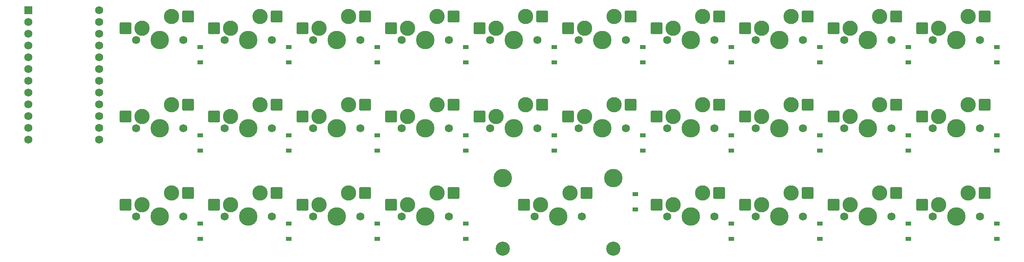
<source format=gbr>
%TF.GenerationSoftware,KiCad,Pcbnew,(6.0.6)*%
%TF.CreationDate,2022-07-16T11:18:18+07:00*%
%TF.ProjectId,pocket,706f636b-6574-42e6-9b69-6361645f7063,rev?*%
%TF.SameCoordinates,Original*%
%TF.FileFunction,Soldermask,Bot*%
%TF.FilePolarity,Negative*%
%FSLAX46Y46*%
G04 Gerber Fmt 4.6, Leading zero omitted, Abs format (unit mm)*
G04 Created by KiCad (PCBNEW (6.0.6)) date 2022-07-16 11:18:18*
%MOMM*%
%LPD*%
G01*
G04 APERTURE LIST*
G04 Aperture macros list*
%AMRoundRect*
0 Rectangle with rounded corners*
0 $1 Rounding radius*
0 $2 $3 $4 $5 $6 $7 $8 $9 X,Y pos of 4 corners*
0 Add a 4 corners polygon primitive as box body*
4,1,4,$2,$3,$4,$5,$6,$7,$8,$9,$2,$3,0*
0 Add four circle primitives for the rounded corners*
1,1,$1+$1,$2,$3*
1,1,$1+$1,$4,$5*
1,1,$1+$1,$6,$7*
1,1,$1+$1,$8,$9*
0 Add four rect primitives between the rounded corners*
20,1,$1+$1,$2,$3,$4,$5,0*
20,1,$1+$1,$4,$5,$6,$7,0*
20,1,$1+$1,$6,$7,$8,$9,0*
20,1,$1+$1,$8,$9,$2,$3,0*%
G04 Aperture macros list end*
%ADD10RoundRect,0.250000X1.025000X1.000000X-1.025000X1.000000X-1.025000X-1.000000X1.025000X-1.000000X0*%
%ADD11C,3.300000*%
%ADD12C,1.750000*%
%ADD13C,3.987800*%
%ADD14R,1.200000X0.900000*%
%ADD15R,1.752600X1.752600*%
%ADD16C,1.752600*%
%ADD17C,3.048000*%
G04 APERTURE END LIST*
D10*
%TO.C,SW29*%
X98958750Y-98107500D03*
D11*
X95408750Y-98107500D03*
X89058750Y-100647500D03*
D10*
X85508750Y-100647500D03*
D12*
X97948750Y-103187500D03*
D13*
X92868750Y-103187500D03*
D12*
X87788750Y-103187500D03*
%TD*%
D14*
%TO.C,D29*%
X101600000Y-104712500D03*
X101600000Y-108012500D03*
%TD*%
%TO.C,D28*%
X120650000Y-104712500D03*
X120650000Y-108012500D03*
%TD*%
%TO.C,D27*%
X139700000Y-104712500D03*
X139700000Y-108012500D03*
%TD*%
%TO.C,D26*%
X158750000Y-104712500D03*
X158750000Y-108012500D03*
%TD*%
%TO.C,D25*%
X195262500Y-98362500D03*
X195262500Y-101662500D03*
%TD*%
%TO.C,D24*%
X215900000Y-104712500D03*
X215900000Y-108012500D03*
%TD*%
%TO.C,D23*%
X234950000Y-104712500D03*
X234950000Y-108012500D03*
%TD*%
%TO.C,D22*%
X254000000Y-104712500D03*
X254000000Y-108012500D03*
%TD*%
%TO.C,D21*%
X273050000Y-104712500D03*
X273050000Y-108012500D03*
%TD*%
%TO.C,D20*%
X101600000Y-85662500D03*
X101600000Y-88962500D03*
%TD*%
%TO.C,D19*%
X120650000Y-85662500D03*
X120650000Y-88962500D03*
%TD*%
%TO.C,D18*%
X139700000Y-85662500D03*
X139700000Y-88962500D03*
%TD*%
%TO.C,D17*%
X158750000Y-85662500D03*
X158750000Y-88962500D03*
%TD*%
%TO.C,D16*%
X177800000Y-88962500D03*
X177800000Y-85662500D03*
%TD*%
%TO.C,D15*%
X196850000Y-85662500D03*
X196850000Y-88962500D03*
%TD*%
%TO.C,D14*%
X215900000Y-85662500D03*
X215900000Y-88962500D03*
%TD*%
%TO.C,D13*%
X234950000Y-85662500D03*
X234950000Y-88962500D03*
%TD*%
%TO.C,D12*%
X254000000Y-85662500D03*
X254000000Y-88962500D03*
%TD*%
%TO.C,D11*%
X273050000Y-85662500D03*
X273050000Y-88962500D03*
%TD*%
%TO.C,D10*%
X101600000Y-66612500D03*
X101600000Y-69912500D03*
%TD*%
%TO.C,D9*%
X120650000Y-66612500D03*
X120650000Y-69912500D03*
%TD*%
%TO.C,D8*%
X139700000Y-66612500D03*
X139700000Y-69912500D03*
%TD*%
%TO.C,D7*%
X158750000Y-66612500D03*
X158750000Y-69912500D03*
%TD*%
%TO.C,D6*%
X177800000Y-66612500D03*
X177800000Y-69912500D03*
%TD*%
%TO.C,D5*%
X196850000Y-66612500D03*
X196850000Y-69912500D03*
%TD*%
%TO.C,D4*%
X215900000Y-66612500D03*
X215900000Y-69912500D03*
%TD*%
%TO.C,D3*%
X234950000Y-66612500D03*
X234950000Y-69912500D03*
%TD*%
%TO.C,D2*%
X254000000Y-66612500D03*
X254000000Y-69912500D03*
%TD*%
%TO.C,D1*%
X273050000Y-66612500D03*
X273050000Y-69912500D03*
%TD*%
D10*
%TO.C,SW28*%
X118008750Y-98107500D03*
D11*
X114458750Y-98107500D03*
X108108750Y-100647500D03*
D10*
X104558750Y-100647500D03*
D12*
X116998750Y-103187500D03*
D13*
X111918750Y-103187500D03*
D12*
X106838750Y-103187500D03*
%TD*%
D10*
%TO.C,SW27*%
X137058750Y-98107500D03*
D11*
X133508750Y-98107500D03*
X127158750Y-100647500D03*
D10*
X123608750Y-100647500D03*
D12*
X136048750Y-103187500D03*
D13*
X130968750Y-103187500D03*
D12*
X125888750Y-103187500D03*
%TD*%
D10*
%TO.C,SW26*%
X156108750Y-98107500D03*
D11*
X152558750Y-98107500D03*
X146208750Y-100647500D03*
D10*
X142658750Y-100647500D03*
D12*
X155098750Y-103187500D03*
D13*
X150018750Y-103187500D03*
D12*
X144938750Y-103187500D03*
%TD*%
D10*
%TO.C,SW25*%
X184683750Y-98107500D03*
D11*
X181133750Y-98107500D03*
X174783750Y-100647500D03*
D10*
X171233750Y-100647500D03*
D12*
X183673750Y-103187500D03*
D13*
X178593750Y-103187500D03*
D12*
X173513750Y-103187500D03*
%TD*%
D10*
%TO.C,SW24*%
X213258750Y-98107500D03*
D11*
X209708750Y-98107500D03*
X203358750Y-100647500D03*
D10*
X199808750Y-100647500D03*
D12*
X212248750Y-103187500D03*
D13*
X207168750Y-103187500D03*
D12*
X202088750Y-103187500D03*
%TD*%
D10*
%TO.C,SW23*%
X232308750Y-98107500D03*
D11*
X228758750Y-98107500D03*
X222408750Y-100647500D03*
D10*
X218858750Y-100647500D03*
D12*
X231298750Y-103187500D03*
D13*
X226218750Y-103187500D03*
D12*
X221138750Y-103187500D03*
%TD*%
D10*
%TO.C,SW22*%
X251358750Y-98107500D03*
D11*
X247808750Y-98107500D03*
X241458750Y-100647500D03*
D10*
X237908750Y-100647500D03*
D12*
X250348750Y-103187500D03*
D13*
X245268750Y-103187500D03*
D12*
X240188750Y-103187500D03*
%TD*%
D10*
%TO.C,SW21*%
X270408750Y-98107500D03*
D11*
X266858750Y-98107500D03*
X260508750Y-100647500D03*
D10*
X256958750Y-100647500D03*
D12*
X269398750Y-103187500D03*
D13*
X264318750Y-103187500D03*
D12*
X259238750Y-103187500D03*
%TD*%
D10*
%TO.C,SW20*%
X98958750Y-79057500D03*
D11*
X95408750Y-79057500D03*
X89058750Y-81597500D03*
D10*
X85508750Y-81597500D03*
D12*
X97948750Y-84137500D03*
D13*
X92868750Y-84137500D03*
D12*
X87788750Y-84137500D03*
%TD*%
D10*
%TO.C,SW19*%
X118008750Y-79057500D03*
D11*
X114458750Y-79057500D03*
X108108750Y-81597500D03*
D10*
X104558750Y-81597500D03*
D12*
X116998750Y-84137500D03*
D13*
X111918750Y-84137500D03*
D12*
X106838750Y-84137500D03*
%TD*%
D10*
%TO.C,SW18*%
X137058750Y-79057500D03*
D11*
X133508750Y-79057500D03*
X127158750Y-81597500D03*
D10*
X123608750Y-81597500D03*
D12*
X136048750Y-84137500D03*
D13*
X130968750Y-84137500D03*
D12*
X125888750Y-84137500D03*
%TD*%
D10*
%TO.C,SW17*%
X156108750Y-79057500D03*
D11*
X152558750Y-79057500D03*
X146208750Y-81597500D03*
D10*
X142658750Y-81597500D03*
D12*
X155098750Y-84137500D03*
D13*
X150018750Y-84137500D03*
D12*
X144938750Y-84137500D03*
%TD*%
D10*
%TO.C,SW16*%
X175158750Y-79057500D03*
D11*
X171608750Y-79057500D03*
X165258750Y-81597500D03*
D10*
X161708750Y-81597500D03*
D12*
X174148750Y-84137500D03*
D13*
X169068750Y-84137500D03*
D12*
X163988750Y-84137500D03*
%TD*%
D10*
%TO.C,SW15*%
X194208750Y-79057500D03*
D11*
X190658750Y-79057500D03*
X184308750Y-81597500D03*
D10*
X180758750Y-81597500D03*
D12*
X193198750Y-84137500D03*
D13*
X188118750Y-84137500D03*
D12*
X183038750Y-84137500D03*
%TD*%
D10*
%TO.C,SW14*%
X213258750Y-79057500D03*
D11*
X209708750Y-79057500D03*
X203358750Y-81597500D03*
D10*
X199808750Y-81597500D03*
D12*
X212248750Y-84137500D03*
D13*
X207168750Y-84137500D03*
D12*
X202088750Y-84137500D03*
%TD*%
D10*
%TO.C,SW13*%
X232308750Y-79057500D03*
D11*
X228758750Y-79057500D03*
X222408750Y-81597500D03*
D10*
X218858750Y-81597500D03*
D12*
X231298750Y-84137500D03*
D13*
X226218750Y-84137500D03*
D12*
X221138750Y-84137500D03*
%TD*%
D10*
%TO.C,SW12*%
X251358750Y-79057500D03*
D11*
X247808750Y-79057500D03*
X241458750Y-81597500D03*
D10*
X237908750Y-81597500D03*
D12*
X250348750Y-84137500D03*
D13*
X245268750Y-84137500D03*
D12*
X240188750Y-84137500D03*
%TD*%
D10*
%TO.C,SW11*%
X270408750Y-79057500D03*
D11*
X266858750Y-79057500D03*
X260508750Y-81597500D03*
D10*
X256958750Y-81597500D03*
D12*
X269398750Y-84137500D03*
D13*
X264318750Y-84137500D03*
D12*
X259238750Y-84137500D03*
%TD*%
D15*
%TO.C,U1*%
X64611250Y-58660500D03*
D16*
X64611250Y-61200500D03*
X64611250Y-63740500D03*
X64611250Y-66280500D03*
X64611250Y-68820500D03*
X64611250Y-71360500D03*
X64611250Y-73900500D03*
X64611250Y-76440500D03*
X64611250Y-78980500D03*
X64611250Y-81520500D03*
X64611250Y-84060500D03*
X79851250Y-86600500D03*
X79851250Y-84060500D03*
X79851250Y-81520500D03*
X79851250Y-78980500D03*
X79851250Y-76440500D03*
X79851250Y-73900500D03*
X79851250Y-71360500D03*
X79851250Y-68820500D03*
X79851250Y-66280500D03*
X79851250Y-63740500D03*
X79851250Y-61200500D03*
X64611250Y-86600500D03*
X79851250Y-58660500D03*
%TD*%
D10*
%TO.C,SW10*%
X98958750Y-60007500D03*
D11*
X95408750Y-60007500D03*
X89058750Y-62547500D03*
D10*
X85508750Y-62547500D03*
D12*
X97948750Y-65087500D03*
D13*
X92868750Y-65087500D03*
D12*
X87788750Y-65087500D03*
%TD*%
D10*
%TO.C,SW9*%
X118008750Y-60007500D03*
D11*
X114458750Y-60007500D03*
X108108750Y-62547500D03*
D10*
X104558750Y-62547500D03*
D12*
X116998750Y-65087500D03*
D13*
X111918750Y-65087500D03*
D12*
X106838750Y-65087500D03*
%TD*%
D10*
%TO.C,SW8*%
X137058750Y-60007500D03*
D11*
X133508750Y-60007500D03*
X127158750Y-62547500D03*
D10*
X123608750Y-62547500D03*
D12*
X136048750Y-65087500D03*
D13*
X130968750Y-65087500D03*
D12*
X125888750Y-65087500D03*
%TD*%
D10*
%TO.C,SW7*%
X156108750Y-60007500D03*
D11*
X152558750Y-60007500D03*
X146208750Y-62547500D03*
D10*
X142658750Y-62547500D03*
D12*
X155098750Y-65087500D03*
D13*
X150018750Y-65087500D03*
D12*
X144938750Y-65087500D03*
%TD*%
D10*
%TO.C,SW6*%
X175158750Y-60007500D03*
D11*
X171608750Y-60007500D03*
X165258750Y-62547500D03*
D10*
X161708750Y-62547500D03*
D12*
X174148750Y-65087500D03*
D13*
X169068750Y-65087500D03*
D12*
X163988750Y-65087500D03*
%TD*%
D10*
%TO.C,SW5*%
X194208750Y-60007500D03*
D11*
X190658750Y-60007500D03*
X184308750Y-62547500D03*
D10*
X180758750Y-62547500D03*
D12*
X193198750Y-65087500D03*
D13*
X188118750Y-65087500D03*
D12*
X183038750Y-65087500D03*
%TD*%
D10*
%TO.C,SW4*%
X213258750Y-60007500D03*
D11*
X209708750Y-60007500D03*
X203358750Y-62547500D03*
D10*
X199808750Y-62547500D03*
D12*
X212248750Y-65087500D03*
D13*
X207168750Y-65087500D03*
D12*
X202088750Y-65087500D03*
%TD*%
D10*
%TO.C,SW3*%
X232308750Y-60007500D03*
D11*
X228758750Y-60007500D03*
X222408750Y-62547500D03*
D10*
X218858750Y-62547500D03*
D12*
X231298750Y-65087500D03*
D13*
X226218750Y-65087500D03*
D12*
X221138750Y-65087500D03*
%TD*%
D10*
%TO.C,SW2*%
X251358750Y-60007500D03*
D11*
X247808750Y-60007500D03*
X241458750Y-62547500D03*
D10*
X237908750Y-62547500D03*
D12*
X250348750Y-65087500D03*
D13*
X245268750Y-65087500D03*
D12*
X240188750Y-65087500D03*
%TD*%
D10*
%TO.C,SW1*%
X270408750Y-60007500D03*
D11*
X266858750Y-60007500D03*
X260508750Y-62547500D03*
D10*
X256958750Y-62547500D03*
D12*
X269398750Y-65087500D03*
D13*
X264318750Y-65087500D03*
D12*
X259238750Y-65087500D03*
%TD*%
D13*
%TO.C,S1*%
X166687500Y-94932500D03*
X190500000Y-94932500D03*
D17*
X166687500Y-110172500D03*
X190500000Y-110172500D03*
%TD*%
M02*

</source>
